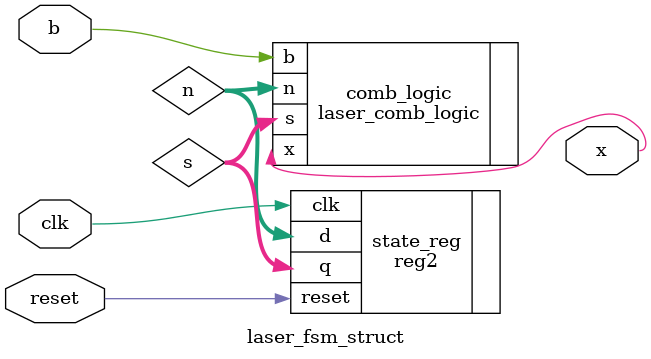
<source format=v>
module laser_fsm_struct (
   input    clk,
   input    reset,
   input    b,
   output   x);
   
   wire [1:0] n;
   wire [1:0] s;
   
   reg2 state_reg (
      .clk     (clk),
      .reset   (reset),
      .d       (n),
      .q       (s)
   );
   
   laser_comb_logic comb_logic (
      .b       (b),
      .s       (s),
      .n       (n),
      .x       (x)
   );
   
endmodule

</source>
